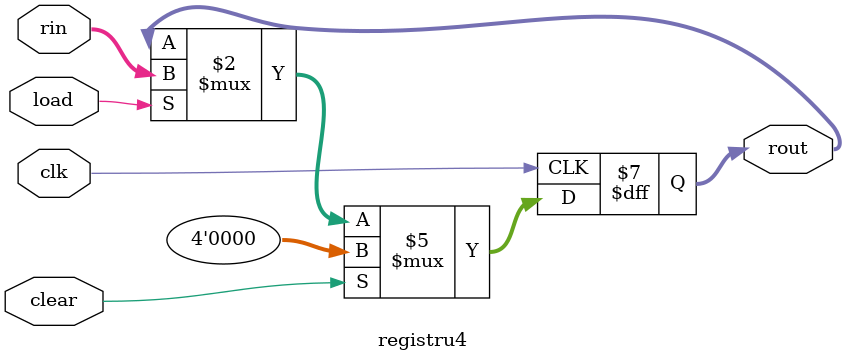
<source format=v>
`timescale 1ns / 1ps


module registru4(rin, clk, load, clear, rout);
input [3:0] rin;
input clk, load, clear;
output reg [3:0] rout;
//reg [3:0] rout;

always @(posedge clk)
begin
    if(clear)
        rout <= 0;
    else if (load)
        rout <= rin;
end

endmodule

</source>
